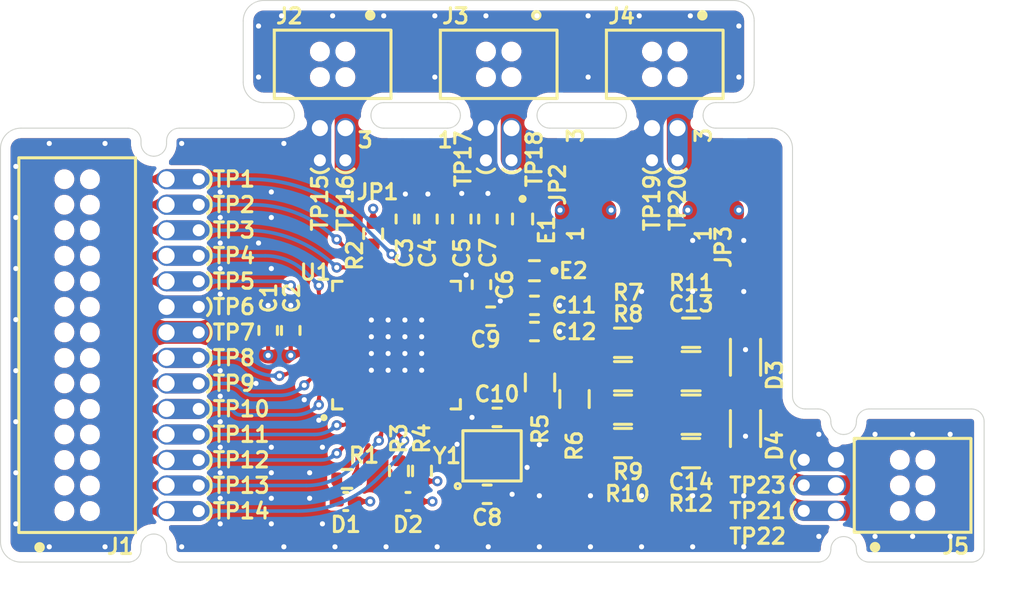
<source format=kicad_pcb>
(kicad_pcb (version 20240108) (generator "pcbnew") (generator_version "8.0")
  (layers (0 "F.Cu" signal) (1 "In1.Cu" power) (2 "In2.Cu" power) (31 "B.Cu" signal) (34 "B.Paste" user) (35 "F.Paste" user) (36 "B.SilkS" user "B.Silkscreen") (37 "F.SilkS" user "F.Silkscreen") (38 "B.Mask" user) (39 "F.Mask" user) (44 "Edge.Cuts" user))
  (net 0 "")
  (net 1 "GND")
  (net 2 "/AVDD_L")
  (net 3 "/CEXT_3")
  (net 4 "/CEXT_2")
  (net 5 "/AVDD_H")
  (net 6 "/DVDD_1P1")
  (net 7 "/DLDO_1P1")
  (net 8 "/DATA_P")
  (net 9 "/DATA_N")
  (net 10 "/RXN")
  (net 11 "/TXP")
  (net 12 "/TXN")
  (net 13 "/RXP")
  (net 14 "/~{SWPD_EN}")
  (net 15 "/MISO")
  (net 16 "/SPI_CFG1")
  (net 17 "/TS_TIMER__MS_SEL")
  (net 18 "/LINK_ST")
  (net 19 "/~{CS}")
  (net 20 "/TS_CAPT")
  (net 21 "/~{TX2P4_EN}")
  (net 22 "/~{INT}")
  (net 23 "/~{RESET}")
  (net 24 "/MOSI")
  (net 25 "/SCK")
  (net 26 "Net-(D1-Pad1)")
  (net 27 "Net-(D2-Pad1)")
  (net 28 "/VDDIO")
  (net 29 "Net-(U1-XTAL_I{slash}CLK_IN)")
  (net 30 "Net-(U1-XTAL_O)")
  (net 31 "/DATA_AND_POWER_P")
  (net 32 "/DATA_AND_POWER_N")
  (net 33 "Net-(U1-LED_0)")
  (net 34 "Net-(U1-TEST1)")
  (net 35 "Net-(U1-LED_1)")
  (net 47 "/AVDD_L_IN")
  (net 48 "/AVDD_H_IN")
  (net 49 "/AVDD_H_EXT")
  (net 50 "/AVDD_L_EXT")
  (net 51 "/1P1_EXT")
  (footprint "test_point_footprints:TestPoint_THTPad_Castelated" (layer "F.Cu") (at 153.6702 95.367499 180)
    (property "Reference" "TP22")
    (property "Value" "TestPoint" (hide yes))
  )
  (footprint "test_point_footprints:TestPoint_THTPad_Castelated" (layer "F.Cu") (at 137.541 76.327 -90)
    (property "Reference" "TP18")
    (property "Value" "TestPoint" (hide yes))
  )
  (footprint "mouse_bite_footprints:mouse-bite-midle-50mil-200mil" (layer "F.Cu") (at 145.161 75.692)
    (property "Reference" "MB4" (hide yes))
    (property "Value" "mouse-bite-midle-50mil-200mil" (hide yes))
  )
  (footprint "test_point_footprints:TestPoint_THTPad_Castelated" (layer "F.Cu") (at 120.396 80.137659)
    (property "Reference" "TP2")
    (property "Value" "TestPoint" (hide yes))
  )
  (footprint "diode_footprints:SOD323" (layer "F.Cu") (at 149.1742 87.725099 90)
    (property "Reference" "D3")
    (property "Value" "3.3 V")
  )
  (footprint "test_point_footprints:TestPoint_THTPad_Castelated" (layer "F.Cu") (at 120.396 86.487659)
    (property "Reference" "TP7")
    (property "Value" "TestPoint" (hide yes))
  )
  (footprint "resistor_footprints:R_0603_1608Metric" (layer "F.Cu") (at 143.085715 91.99491 180)
    (property "Reference" "R10")
    (property "Value" "49.9 Ω")
  )
  (footprint "resistor_footprints:R_0603_1608Metric" (layer "F.Cu") (at 143.085715 90.33189 180)
    (property "Reference" "R9")
    (property "Value" "4.99 kΩ")
  )
  (footprint "capacitor_footprints:C_0402_1005Metric" (layer "F.Cu") (at 136.506901 85.683378)
    (property "Reference" "C9")
    (property "Value" "1 µF")
  )
  (footprint "test_point_footprints:TestPoint_THTPad_Castelated" (layer "F.Cu") (at 120.396 91.567395)
    (property "Reference" "TP11")
    (property "Value" "TestPoint" (hide yes))
  )
  (footprint "solder_jumper_footprints:SolderJumper-3_P1.3mm_Bridged_1_2_RoundedPad1.0x1.5mm_NumberLabels" (layer "F.Cu") (at 132.215095 78.11174 180)
    (property "Reference" "JP1")
    (property "Value" "SolderJumper_3_Open")
  )
  (footprint "analog_devices_footprints:CP-40-29_ADI" (layer "F.Cu") (at 131.825894 87.122107 90)
    (property "Reference" "U1")
    (property "Value" "ADIN1110CCPZ")
  )
  (footprint "mouse_bite_footprints:mouse-bite-midle-50mil-250mil" (layer "F.Cu") (at 154.051 94.107659 90)
    (property "Reference" "MB5" (hide yes))
    (property "Value" "mouse-bite-midle-50mil-200mil" (hide yes))
  )
  (footprint "inductor_footprints:742792731" (layer "F.Cu") (at 138.68146 83.42122 180)
    (property "Reference" "E2")
    (property "Value" "100 Ω")
  )
  (footprint "mouse_bite_footprints:mouse-bite-midle-50mil-200mil" (layer "F.Cu") (at 136.906 75.692)
    (property "Reference" "MB3" (hide yes))
    (property "Value" "mouse-bite-midle-50mil-200mil" (hide yes))
  )
  (footprint "no_components_footprints:Fiducial_0.5mm_Mask1mm" (layer "F.Cu") (at 150.241 77.597)
    (property "Reference" "FID3" (hide yes))
    (property "Value" "Fiducial")
  )
  (footprint "capacitor_footprints:C_0402_1005Metric" (layer "F.Cu") (at 135.068263 80.847829 90)
    (property "Reference" "C5")
    (property "Value" "10 nF")
  )
  (footprint "test_point_footprints:TestPoint_THTPad_Castelated" (layer "F.Cu") (at 120.396 82.677659)
    (property "Reference" "TP4")
    (property "Value" "TestPoint" (hide yes))
  )
  (footprint "test_point_footprints:TestPoint_THTPad_Castelated" (layer "F.Cu") (at 136.271 76.327 -90)
    (property "Reference" "TP17")
    (property "Value" "TestPoint" (hide yes))
  )
  (footprint "resistor_footprints:R_0603_1608Metric" (layer "F.Cu") (at 143.085715 87.00635 180)
    (property "Reference" "R7")
    (property "Value" "49.9 Ω")
  )
  (footprint "connector_footprints:CLP-102-02-G-D-BE" (layer "F.Cu") (at 136.906 73.152 -90)
    (property "Reference" "J3")
    (property "Value" "CLP-102-02-G-D-BE")
  )
  (footprint "test_point_footprints:TestPoint_THTPad_Castelated" (layer "F.Cu") (at 120.396 89.027659)
    (property "Reference" "TP9")
    (property "Value" "TestPoint" (hide yes))
  )
  (footprint "resistor_footprints:R_0402_1005Metric" (layer "F.Cu") (at 131.948894 93.380408 90)
    (property "Reference" "R3")
    (property "Value" "4.7 kΩ")
  )
  (footprint "capacitor_footprints:C_0402_1005Metric" (layer "F.Cu") (at 138.682381 85.14334)
    (property "Reference" "C11")
    (property "Value" "100 nF")
  )
  (footprint "test_point_footprints:TestPoint_THTPad_Castelated" (layer "F.Cu") (at 120.396 94.107131)
    (property "Reference" "TP13")
    (property "Value" "TestPoint" (hide yes))
  )
  (footprint "test_point_footprints:TestPoint_THTPad_Castelated" (layer "F.Cu") (at 128.016 76.327 -90)
    (property "Reference" "TP15")
    (property "Value" "TestPoint" (hide yes))
  )
  (footprint "inductor_footprints:742792731" (layer "F.Cu") (at 138.091921 80.846899 -90)
    (property "Reference" "E1")
    (property "Value" "100 Ω")
  )
  (footprint "capacitor_footprints:C_0805_2012Metric" (layer "F.Cu") (at 146.468995 88.41937 180)
    (property "Reference" "C13")
    (property "Value" "220 nF")
  )
  (footprint "connector_footprints:CLP-102-02-G-D-BE" (layer "F.Cu") (at 145.161 73.152 -90)
    (property "Reference" "J4")
    (property "Value" "CLP-102-02-G-D-BE")
  )
  (footprint "test_point_footprints:TestPoint_THTPad_Castelated" (layer "F.Cu") (at 120.396 85.217659)
    (property "Reference" "TP6")
    (property "Value" "TestPoint" (hide yes))
  )
  (footprint "resistor_footprints:R_0402_1005Metric" (layer "F.Cu") (at 129.364533 93.776908)
    (property "Reference" "R1")
    (property "Value" "4.7 kΩ")
  )
  (footprint "test_point_footprints:TestPoint_THTPad_Castelated" (layer "F.Cu") (at 120.396 81.407659)
    (property "Reference" "TP3")
    (property "Value" "TestPoint" (hide yes))
  )
  (footprint "test_point_footprints:TestPoint_THTPad_Castelated" (layer "F.Cu") (at 153.6702 94.097499 180)
    (property "Reference" "TP21")
    (property "Value" "TestPoint" (hide yes))
  )
  (footprint "test_point_footprints:TestPoint_THTPad_Castelated" (layer "F.Cu") (at 120.396 78.867659)
    (property "Reference" "TP1")
    (property "Value" "TestPoint" (hide yes))
  )
  (footprint "resistor_footprints:R_0603_1608Metric" (layer "F.Cu") (at 143.085715 88.66937 180)
    (property "Reference" "R8")
    (property "Value" "4.99 kΩ")
  )
  (footprint "resistor_footprints:R_0603_1608Metric" (layer "F.Cu") (at 146.468995 86.50597 180)
    (property "Reference" "R11")
    (property "Value" "1 MΩ")
  )
  (footprint "test_point_footprints:TestPoint_THTPad_Castelated" (layer "F.Cu") (at 153.6702 92.827499 180)
    (property "Reference" "TP23")
    (property "Value" "TestPoint" (hide yes))
  )
  (footprint "mouse_bite_footprints:mouse-bite-midle-50mil-200mil" (layer "F.Cu") (at 128.651 75.692)
    (property "Reference" "MB2" (hide yes))
    (property "Value" "mouse-bite-midle-50mil-200mil" (hide yes))
  )
  (footprint "test_point_footprints:TestPoint_THTPad_Castelated" (layer "F.Cu") (at 120.396 90.297527)
    (property "Reference" "TP10")
    (property "Value" "TestPoint" (hide yes))
  )
  (footprint "resistor_footprints:R_0402_1005Metric" (layer "F.Cu") (at 130.664694 81.579829 -90)
    (property "Reference" "R2")
    (property "Value" "1.5 kΩ")
  )
  (footprint "connector_footprints:CLP-103-02-G-D-BE" (layer "F.Cu") (at 157.48 94.097499 90)
    (property "Reference" "J5")
    (property "Value" "CLP-103-02-G-D-BE")
  )
  (footprint "capacitor_footprints:C_0402_1005Metric" (layer "F.Cu") (at 136.369955 80.847829 90)
    (property "Reference" "C7")
    (property "Value" "100 nF")
  )
  (footprint "capacitor_footprints:C_0402_1005Metric" (layer "F.Cu") (at 133.385894 80.847829 90)
    (property "Reference" "C4")
    (property "Value" "100 nF")
  )
  (footprint "no_components_footprints:Fiducial_0.5mm_Mask1mm" (layer "F.Cu") (at 124.206 77.597)
    (property "Reference" "FID1" (hide yes))
    (property "Value" "Fiducial")
  )
  (footprint "test_point_footprints:TestPoint_THTPad_Castelated" (layer "F.Cu") (at 120.396 83.947659)
    (property "Reference" "TP5")
    (property "Value" "TestPoint" (hide yes))
  )
  (footprint "resistor_footprints:R_0603_1608Metric" (layer "F.Cu") (at 140.673481 89.804548 90)
    (property "Reference" "R6")
    (property "Value" "10 kΩ")
  )
  (footprint "no_components_footprints:Fiducial_0.5mm_Mask1mm" (layer "F.Cu") (at 124.206 96.647)
    (property "Reference" "FID2" (hide yes))
    (property "Value" "Fiducial")
  )
  (footprint "capacitor_footprints:C_0805_2012Metric" (layer "F.Cu") (at 146.468995 90.58189 180)
    (property "Reference" "C14")
    (property "Value" "220 nF")
  )
  (footprint "connector_footprints:CLP-114-02-G-D-BE" (layer "F.Cu") (at 115.9509 87.122659 90)
    (property "Reference" "J1")
    (property "Value" "CLP-114-02-G-D-BE")
  )
  (footprint "resistor_footprints:R_0603_1608Metric" (layer "F.Cu") (at 146.468995 92.49529 180)
    (property "Reference" "R12")
    (property "Value" "1 MΩ")
  )
  (footprint "mouse_bite_footprints:mouse-bite-50mil-790mil" (layer "F.Cu") (at 119.888 87.122 -90)
    (property "Reference" "MB1" (hide yes))
    (property "Value" "mouse-bite-midle-50mil-200mil" (hide yes))
  )
  (footprint "test_point_footprints:TestPoint_THTPad_Castelated" (layer "F.Cu") (at 145.796 76.327 -90)
    (property "Reference" "TP20")
    (property "Value" "TestPoint" (hide yes))
  )
  (footprint "crystal_footprints:SO4_FA-128_2p0x1p6_SEC" (layer "F.Cu") (at 136.575695 92.62991 90)
    (property "Reference" "Y1")
    (property "Value" "25.0000MHz")
  )
  (footprint "solder_jumper_footprints:SolderJumper-3_P1.3mm_Bridged_1_2_RoundedPad1.0x1.5mm_NumberLabels" (layer "F.Cu") (at 147.574 79.13274 90)
    (property "Reference" "JP3")
    (property "Value" "SolderJumper_3_Open")
  )
  (footprint "test_point_footprints:TestPoint_THTPad_Castelated" (layer "F.Cu") (at 120.396 92.837263)
    (property "Reference" "TP12")
    (property "Value" "TestPoint" (hide yes))
  )
  (footprint "resistor_footprints:R_0402_1005Metric" (layer "F.Cu") (at 133.093354 93.380408 90)
    (property "Reference" "R4")
    (property "Value" "10 kΩ")
  )
  (footprint "capacitor_footprints:C_0402_1005Metric" (layer "F.Cu") (at 125.44552 86.392107 90)
    (property "Reference" "C1")
    (property "Value" "100 nF")
  )
  (footprint "capacitor_footprints:C_0402_1005Metric" (layer "F.Cu") (at 126.568095 86.392107 90)
    (property "Reference" "C2")
    (property "Value" "10 nF")
  )
  (footprint "resistor_footprints:R_0603_1608Metric" (layer "F.Cu") (at 138.959581 88.979548 -90)
    (property "Reference" "R5")
    (property "Value" "10 kΩ")
  )
  (footprint "connector_footprints:CLP-102-02-G-D-BE" (layer "F.Cu") (at 128.651 73.152 -90)
    (property "Reference" "J2")
    (property "Value" "CLP-102-02-G-D-BE")
  )
  (footprint "diode_footprints:LED_GREEN_0402_1005Metric" (layer "F.Cu") (at 129.304533 94.90067)
    (property "Reference" "D1")
    (property "Value" "1.8 V")
  )
  (footprint "solder_jumper_footprints:SolderJumper-3_P1.3mm_Bridged_1_2_RoundedPad1.0x1.5mm_NumberLabels" (layer "F.Cu") (at 141.224 79.13274 90)
    (property "Reference" "JP2")
    (property "Value" "SolderJumper_3_Open")
  )
  (footprint "test_point_footprints:TestPoint_THTPad_Castelated" (layer "F.Cu") (at 144.526 76.327 -90)
    (property "Reference" "TP19")
    (property "Value" "TestPoint" (hide yes))
  )
  (footprint "capacitor_footprints:C_0402_1005Metric" (layer "F.Cu") (at 136.820695 90.71729 180)
    (property "Reference" "C10")
    (property "Value" "15 pF")
  )
  (footprint "test_point_footprints:TestPoint_THTPad_Castelated" (layer "F.Cu") (at 120.396 87.757659)
    (property "Reference" "TP8")
    (property "Value" "TestPoint" (hide yes))
  )
  (footprint "test_point_footprints:TestPoint_THTPad_Castelated" (layer "F.Cu") (at 129.286 76.327 -90)
    (property "Reference" "TP16")
    (property "Value" "TestPoint" (hide yes))
  )
  (footprint "test_point_footprints:TestPoint_THTPad_Castelated" (layer "F.Cu") (at 120.396 95.377)
    (property "Reference" "TP14")
    (property "Value" "TestPoint" (hide yes))
  )
  (footprint "capacitor_footprints:C_0402_1005Metric" (layer "F.Cu") (at 136.330695 94.54253)
    (property "Reference" "C8")
    (property "Value" "15 pF")
  )
  (footprint "capacitor_footprints:C_0402_1005Metric" (layer "F.Cu") (at 136.049701 84.110836 90)
    (property "Reference" "C6")
    (property "Value" "100 nF")
  )
  (footprint "capacitor_footprints:C_0402_1005Metric" (layer "F.Cu") (at 132.265895 80.847829 90)
    (property "Reference" "C3")
    (property "Value" "680 nF")
  )
  (footprint "diode_footprints:SOD323" (layer "F.Cu") (at 149.1742 91.275099 -90)
    (property "Reference" "D4")
    (property "Value" "3.3 V")
  )
  (footprint "diode_footprints:LED_GREEN_0402_1005Metric" (layer "F.Cu") (at 132.398894 94.90067)
    (property "Reference" "D2")
    (property "Value" "1.8 V")
  )
  (footprint "capacitor_footprints:C_0402_1005Metric" (layer "F.Cu") (at 138.682381 86.445378)
    (property "Reference" "C12")
    (property "Value" "10 nF")
  )
  (gr_arc (start 147.701 76.327) (mid 147.251987 76.141013) (end 147.066 75.692) (stroke (width 0.05)) (layer "Edge.Cuts"))
  (gr_arc (start 126.746 75.692) (mid 126.560013 76.141013) (end 126.111 76.327) (stroke (width 0.05)) (layer "Edge.Cuts"))
  (gr_arc (start 134.366 75.057) (mid 134.815013 75.242987) (end 135.001 75.692) (stroke (width 0.05)) (layer "Edge.Cuts"))
  (gr_arc (start 125.222 75.057) (mid 124.50358 74.75942) (end 124.206 74.041) (stroke (width 0.05)) (layer "Edge.Cuts"))
  (gr_arc (start 147.066 75.692) (mid 147.251987 75.242987) (end 147.701 75.057) (stroke (width 0.05)) (layer "Edge.Cuts"))
  (gr_arc (start 154.686 90.932) (mid 154.871987 90.482987) (end 155.321 90.297) (stroke (width 0.05)) (layer "Edge.Cuts"))
  (gr_arc (start 154.051 91.567) (mid 153.601987 91.381013) (end 153.416 90.932) (stroke (width 0.05)) (layer "Edge.Cuts"))
  (gr_line (start 124.206 74.041) (end 124.206 70.993) (stroke (width 0.05)) (layer "Edge.Cuts"))
  (gr_arc (start 153.416 97.282) (mid 153.601987 96.832987) (end 154.051 96.647) (stroke (width 0.05)) (layer "Edge.Cuts"))
  (gr_line (start 152.146 90.297) (end 152.781 90.297) (stroke (width 0.05)) (layer "Edge.Cuts"))
  (gr_line (start 120.396 77.089) (end 120.396 76.962) (stroke (width 0.05)) (layer "Edge.Cuts"))
  (gr_line (start 142.621 76.327) (end 139.446 76.327) (stroke (width 0.05)) (layer "Edge.Cuts"))
  (gr_line (start 155.321 90.297) (end 160.401 90.297) (stroke (width 0.05)) (layer "Edge.Cuts"))
  (gr_arc (start 153.416 97.282) (mid 153.230013 97.731013) (end 152.781 97.917) (stroke (width 0.05)) (layer "Edge.Cuts"))
  (gr_arc (start 112.141 77.343) (mid 112.43858 76.62458) (end 113.157 76.327) (stroke (width 0.05)) (layer "Edge.Cuts"))
  (gr_line (start 118.491 97.917) (end 113.157 97.917) (stroke (width 0.05)) (layer "Edge.Cuts"))
  (gr_arc (start 152.781 90.297) (mid 153.230013 90.482987) (end 153.416 90.932) (stroke (width 0.05)) (layer "Edge.Cuts"))
  (gr_arc (start 139.446 76.327) (mid 138.996987 76.141013) (end 138.811 75.692) (stroke (width 0.05)) (layer "Edge.Cuts"))
  (gr_arc (start 119.761 77.724) (mid 119.311987 77.538013) (end 119.126 77.089) (stroke (width 0.05)) (layer "Edge.Cuts"))
  (gr_line (start 149.606 70.993) (end 149.606 74.041) (stroke (width 0.05)) (layer "Edge.Cuts"))
  (gr_arc (start 150.495 76.327) (mid 151.21342 76.62458) (end 151.511 77.343) (stroke (width 0.05)) (layer "Edge.Cuts"))
  (gr_line (start 160.401 97.917) (end 155.321 97.917) (stroke (width 0.05)) (layer "Edge.Cuts"))
  (gr_arc (start 131.191 76.327) (mid 130.741987 76.141013) (end 130.556 75.692) (stroke (width 0.05)) (layer "Edge.Cuts"))
  (gr_arc (start 118.491 76.327) (mid 118.940013 76.512987) (end 119.126 76.962) (stroke (width 0.05)) (layer "Edge.Cuts"))
  (gr_arc (start 124.206 70.993) (mid 124.50358 70.27458) (end 125.222 69.977) (stroke (width 0.05)) (layer "Edge.Cuts"))
  (gr_line (start 113.157 76.327) (end 118.491 76.327) (stroke (width 0.05)) (layer "Edge.Cuts"))
  (gr_arc (start 126.111 75.057) (mid 126.560013 75.242987) (end 126.746 75.692) (stroke (width 0.05)) (layer "Edge.Cuts"))
  (gr_line (start 125.222 75.057) (end 126.111 75.057) (stroke (width 0.05)) (layer "Edge.Cuts"))
  (gr_arc (start 120.396 77.089) (mid 120.210013 77.538013) (end 119.761 77.724) (stroke (width 0.05)) (layer "Edge.Cuts"))
  (gr_arc (start 138.811 75.692) (mid 138.996987 75.242987) (end 139.446 75.057) (stroke (width 0.05)) (layer "Edge.Cuts"))
  (gr_arc (start 152.146 90.297) (mid 151.696987 90.111013) (end 151.511 89.662) (stroke (width 0.05)) (layer "Edge.Cuts"))
  (gr_arc (start 121.031 97.917) (mid 120.581987 97.731013) (end 120.396 97.282) (stroke (width 0.05)) (layer "Edge.Cuts"))
  (gr_line (start 121.031 76.327) (end 126.111 76.327) (stroke (width 0.05)) (layer "Edge.Cuts"))
  (gr_arc (start 160.401 90.297) (mid 160.850013 90.482987) (end 161.036 90.932) (stroke (width 0.05)) (layer "Edge.Cuts"))
  (gr_line (start 112.141 96.901) (end 112.141 77.343) (stroke (width 0.05)) (layer "Edge.Cuts"))
  (gr_line (start 152.781 97.917) (end 121.031 97.917) (stroke (width 0.05)) (layer "Edge.Cuts"))
  (gr_arc (start 148.59 69.977) (mid 149.30842 70.27458) (end 149.606 70.993) (stroke (width 0.05)) (layer "Edge.Cuts"))
  (gr_arc (start 161.036 97.282) (mid 160.850013 97.731013) (end 160.401 97.917) (stroke (width 0.05)) (layer "Edge.Cuts"))
  (gr_line (start 119.126 97.282) (end 119.126 97.155) (stroke (width 0.05)) (layer "Edge.Cuts"))
  (gr_line (start 131.191 75.057) (end 134.366 75.057) (stroke (width 0.05)) (layer "Edge.Cuts"))
  (gr_line (start 151.511 77.343) (end 151.511 89.662) (stroke (width 0.05)) (layer "Edge.Cuts"))
  (gr_line (start 119.126 77.089) (end 119.126 76.962) (stroke (width 0.05)) (layer "Edge.Cuts"))
  (gr_arc (start 142.621 75.057) (mid 143.070013 75.242987) (end 143.256 75.692) (stroke (width 0.05)) (layer "Edge.Cuts"))
  (gr_line (start 134.366 76.327) (end 131.191 76.327) (stroke (width 0.05)) (layer "Edge.Cuts"))
  (gr_arc (start 119.126 97.282) (mid 118.940013 97.731013) (end 118.491 97.917) (stroke (width 0.05)) (layer "Edge.Cuts"))
  (gr_arc (start 149.606 74.041) (mid 149.30842 74.75942) (end 148.59 75.057) (stroke (width 0.05)) (layer "Edge.Cuts"))
  (gr_arc (start 143.256 75.692) (mid 143.070013 76.141013) (end 142.621 76.327) (stroke (width 0.05)) (layer "Edge.Cuts"))
  (gr_line (start 161.036 90.932) (end 161.036 97.282) (stroke (width 0.05)) (layer "Edge.Cuts"))
  (gr_line (start 125.222 69.977) (end 148.59 69.977) (stroke (width 0.05)) (layer "Edge.Cuts"))
  (gr_arc (start 154.686 90.932) (mid 154.500013 91.381013) (end 154.051 91.567) (stroke (width 0.05)) (layer "Edge.Cuts"))
  (gr_arc (start 120.396 76.962) (mid 120.581987 76.512987) (end 121.031 76.327) (stroke (width 0.05)) (layer "Edge.Cuts"))
  (gr_line (start 148.59 75.057) (end 147.701 75.057) (stroke (width 0.05)) (layer "Edge.Cuts"))
  (gr_arc (start 155.321 97.917) (mid 154.871987 97.731013) (end 154.686 97.282) (stroke (width 0.05)) (layer "Edge.Cuts"))
  (gr_arc (start 119.126 97.155) (mid 119.311987 96.705987) (end 119.761 96.52) (stroke (width 0.05)) (layer "Edge.Cuts"))
  (gr_arc (start 113.157 97.917) (mid 112.43858 97.61942) (end 112.141 96.901) (stroke (width 0.05)) (layer "Edge.Cuts"))
  (gr_arc (start 130.556 75.692) (mid 130.741987 75.242987) (end 131.191 75.057) (stroke (width 0.05)) (layer "Edge.Cuts"))
  (gr_line (start 139.446 75.057) (end 142.621 75.057) (stroke (width 0.05)) (layer "Edge.Cuts"))
  (gr_arc (start 135.001 75.692) (mid 134.815013 76.141013) (end 134.366 76.327) (stroke (width 0.05)) (layer "Edge.Cuts"))
  (gr_arc (start 154.051 96.647) (mid 154.500013 96.832987) (end 154.686 97.282) (stroke (width 0.05)) (layer "Edge.Cuts"))
  (gr_line (start 150.495 76.327) (end 147.701 76.327) (stroke (width 0.05)) (layer "Edge.Cuts"))
  (gr_line (start 120.396 97.282) (end 120.396 97.155) (stroke (width 0.05)) (layer "Edge.Cuts"))
  (gr_arc (start 119.761 96.52) (mid 120.210013 96.705987) (end 120.396 97.155) (stroke (width 0.05)) (layer "Edge.Cuts"))
  (segment (start 136.810695 94.54253) (end 137.572695 94.54253) (width 0.1778) (layer "F.Cu") (net 1))
  (segment (start 137.300695 93.20491) (end 138.316695 93.20491) (width 0.1778) (layer "F.Cu") (net 1))
  (segment (start 135.850695 92.05491) (end 134.834695 92.05491) (width 0.1778) (layer "F.Cu") (net 1))
  (segment (start 132.265895 80.367829) (end 132.265895 79.605829) (width 0.1778) (layer "F.Cu") (net 1))
  (segment (start 133.385894 80.367829) (end 133.385894 79.605829) (width 0.1778) (layer "F.Cu") (net 1))
  (segment (start 136.340695 90.71729) (end 135.578695 90.71729) (width 0.1778) (layer "F.Cu") (net 1))
  (via (at 133.8469 97.155658) (size 0.508) (drill 0.254) (layers "F.Cu" "B.Cu") (net 1))
  (via (at 125.603 94.742) (size 0.508) (drill 0.254) (layers "F.Cu" "B.Cu") (net 1))
  (via (at 125.603 96.012) (size 0.508) (drill 0.254) (layers "F.Cu" "B.Cu") (net 1))
  (via (at 139.924381 86.445378) (size 0.508) (drill 0.254) (layers "F.Cu" "B.Cu") (net 1))
  (via (at 130.575894 88.372107) (size 0.508) (drill 0.254) (layers "F.Cu" "B.Cu") (net 1))
  (via (at 131.3069 97.155658) (size 0.508) (drill 0.254) (layers "F.Cu" "B.Cu") (net 1))
  (via (at 112.902899 96.012658) (size 0.508) (drill 0.254) (layers "F.Cu" "B.Cu") (net 1))
  (via (at 127.508 93.472) (size 0.508) (drill 0.254) (layers "F.Cu" "B.Cu") (net 1))
  (via (at 141.351 73.787) (size 0.508) (drill 0.254) (layers "F.Cu" "B.Cu") (net 1))
  (via (at 148.844 71.247) (size 0.508) (drill 0.254) (layers "F.Cu" "B.Cu") (net 1))
  (via (at 135.287701 83.630836) (size 0.508) (drill 0.254) (layers "F.Cu" "B.Cu") (net 1))
  (via (at 128.143 96.012) (size 0.508) (drill 0.254) (layers "F.Cu" "B.Cu") (net 1))
  (via (at 112.902899 78.232) (size 0.508) (drill 0.254) (layers "F.Cu" "B.Cu") (net 1))
  (via (at 138.9269 94.615) (size 0.508) (drill 0.254) (layers "F.Cu" "B.Cu") (net 1))
  (via (at 125.603 92.202) (size 0.508) (drill 0.254) (layers "F.Cu" "B.Cu") (net 1))
  (via (at 112.902899 83.312) (size 0.508) (drill 0.254) (layers "F.Cu" "B.Cu") (net 1))
  (via (at 125.603 79.502658) (size 0.508) (drill 0.254) (layers "F.Cu" "B.Cu") (net 1))
  (via (at 148.844 73.787) (size 0.508) (drill 0.254) (layers "F.Cu" "B.Cu") (net 1))
  (via (at 112.902899 85.852658) (size 0.508) (drill 0.254) (layers "F.Cu" "B.Cu") (net 1))
  (via (at 117.3369 77.089) (size 0.508) (drill 0.254) (layers "F.Cu" "B.Cu") (net 1))
  (via (at 130.575894 86.70544) (size 0.508) (drill 0.254) (layers "F.Cu" "B.Cu") (net 1))
  (via (at 131.409227 87.538773) (size 0.508) (drill 0.254) (layers "F.Cu" "B.Cu") (net 1))
  (via (at 138.9269 92.075) (size 0.508) (drill 0.254) (layers "F.Cu" "B.Cu") (net 1))
  (via (at 144.0069 97.155) (size 0.508) (drill 0.254) (layers "F.Cu" "B.Cu") (net 1))
  (via (at 133.731 70.738999) (size 0.508) (drill 0.254) (layers "F.Cu" "B.Cu") (net 1))
  (via (at 132.24256 85.872107) (size 0.508) (drill 0.254) (layers "F.Cu" "B.Cu") (net 1))
  (via (at 146.5469 97.155) (size 0.508) (drill 0.254) (layers "F.Cu" "B.Cu") (net 1))
  (via (at 149.0869 94.615) (size 0.508) (drill 0.254) (layers "F.Cu" "B.Cu") (net 1))
  (via (at 135.578695 90.71729) (size 0.508) (drill 0.254) (layers "F.Cu" "B.Cu") (net 1))
  (via (at 123.063 83.312) (size 0.508) (drill 0.254) (layers "F.Cu" "B.Cu") (net 1))
  (via (at 133.075894 87.538773) (size 0.508) (drill 0.254) (layers "F.Cu" "B.Cu") (net 1))
  (via (at 141.4669 94.615) (size 0.508) (drill 0.254) (layers "F.Cu" "B.Cu") (net 1))
  (via (at 132.24256 87.538773) (size 0.508) (drill 0.254) (layers "F.Cu" "B.Cu") (net 1))
  (via (at 123.063 93.472) (size 0.508) (drill 0.254) (layers "F.Cu" "B.Cu") (net 1))
  (via (at 141.4669 97.155) (size 0.508) (drill 0.254) (layers "F.Cu" "B.Cu") (net 1))
  (via (at 146.5469 84.455) (size 0.508) (drill 0.254) (layers "F.Cu" "B.Cu") (net 1))
  (via (at 127.239951 89.83947) (size 0.508) (drill 0.254) (layers "F.Cu" "B.Cu") (net 1))
  (via (at 149.0869 84.455) (size 0.508) (drill 0.254) (layers "F.Cu" "B.Cu") (net 1))
  (via (at 130.575894 85.872107) (size 0.508) (drill 0.254) (layers "F.Cu" "B.Cu") (net 1))
  (via (at 123.063 80.772) (size 0.508) (drill 0.254) (layers "F.Cu" "B.Cu") (net 1))
  (via (at 124.968 71.247) (size 0.508) (drill 0.254) (layers "F.Cu" "B.Cu") (net 1))
  (via (at 159.347 91.557499) (size 0.508) (drill 0.254) (layers "F.Cu" "B.Cu") (net 1))
  (via (at 128.7669 97.155658) (size 0.508) (drill 0.254) (layers "F.Cu" "B.Cu") (net 1))
  (via (at 146.5469 81.915) (size 0.508) (drill 0.254) (layers "F.Cu" "B.Cu") (net 1))
  (via (at 114.564899 97.155658) (size 0.508) (drill 0.254) (layers "F.Cu" "B.Cu") (net 1))
  (via (at 123.063 92.202) (size 0.508) (drill 0.254) (layers "F.Cu" "B.Cu") (net 1))
  (via (at 127.508 94.742) (size 0.508) (drill 0.254) (layers "F.Cu" "B.Cu") (net 1))
  (via (at 123.063 84.582) (size 0.508) (drill 0.254) (layers "F.Cu" "B.Cu") (net 1))
  (via (at 123.063 94.742) (size 0.508) (drill 0.254) (layers "F.Cu" "B.Cu") (net 1))
  (via (at 135.068263 79.575829) (size 0.508) (drill 0.254) (layers "F.Cu" "B.Cu") (net 1))
  (via (at 146.431 70.739) (size 0.508) (drill 0.254) (layers "F.Cu" "B.Cu") (net 1))
  (via (at 133.385894 79.605829) (size 0.508) (drill 0.254) (layers "F.Cu" "B.Cu") (net 1))
  (via (at 133.731 73.787) (size 0.508) (drill 0.254) (layers "F.Cu" "B.Cu") (net 1))
  (via (at 123.063 90.932) (size 0.508) (drill 0.254) (layers "F.Cu" "B.Cu") (net 1))
  (via (at 130.575894 87.538773) (size 0.508) (drill 0.254) (layers "F.Cu" "B.Cu") (net 1))
  (via (at 155.613 96.637499) (size 0.508) (drill 0.254) (layers "F.Cu" "B.Cu") (net 1))
  (via (at 121.1469 97.155658) (size 0.508) (drill 0.254) (layers "F.Cu" "B.Cu") (net 1))
  (via (at 125.603 83.312) (size 0.508) (drill 0.254) (layers "F.Cu" "B.Cu") (net 1))
  (via (at 125.603 93.472) (size 0.508) (drill 0.254) (layers "F.Cu" "B.Cu") (net 1))
  (via (at 132.24256 86.70544) (size 0.508) (drill 0.254) (layers "F.Cu" "B.Cu") (net 1))
  (via (at 112.902899 90.932658) (size 0.508) (drill 0.254) (layers "F.Cu" "B.Cu") (net 1))
  (via (at 152.819 96.637499) (size 0.508) (drill 0.254) (layers "F.Cu" "B.Cu") (net 1))
  (via (at 126.2269 77.089) (size 0.508) (drill 0.254) (layers "F.Cu" "B.Cu") (net 1))
  (via (at 141.351 70.738999) (size 0.508) (drill 0.254) (layers "F.Cu" "B.Cu") (net 1))
  (via (at 137.572695 94.54253) (size 0.508) (drill 0.254) (layers "F.Cu" "B.Cu") (net 1))
  (via (at 157.48 91.557499) (size 0.508) (drill 0.254) (layers "F.Cu" "B.Cu") (net 1))
  (via (at 138.9269 97.155) (size 0.508) (drill 0.254) (layers "F.Cu" "B.Cu") (net 1))
  (via (at 112.902899 93.472) (size 0.508) (drill 0.254) (layers "F.Cu" "B.Cu") (net 1))
  (via (at 133.075894 86.70544) (size 0.508) (drill 0.254) (layers "F.Cu" "B.Cu") (net 1))
  (via (at 123.063 88.392) (size 0.508) (drill 0.254) (layers "F.Cu" "B.Cu") (net 1))
  (via (at 132.24256 88.372107) (size 0.508) (drill 0.254) (layers "F.Cu" "B.Cu") (net 1))
  (via (at 128.651 70.738999) (size 0.508) (drill 0.254) (layers "F.Cu" "B.Cu") (net 1))
  (via (at 136.369955 79.575829) (size 0.508) (drill 0.254) (layers "F.Cu" "B.Cu") (net 1))
  (via (at 123.063 89.662) (size 0.508) (drill 0.254) (layers "F.Cu" "B.Cu") (net 1))
  (via (at 136.986901 84.92711) (size 0.508) (drill 0.254) (layers "F.Cu" "B.Cu") (net 1))
  (via (at 144.0069 84.455) (size 0.508) (drill 0.254) (layers "F.Cu" "B.Cu") (net 1))
  (via (at 131.409227 85.872107) (size 0.508) (drill 0.254) (layers "F.Cu" "B.Cu") (net 1))
  (via (at 112.902899 88.392) (size 0.508) (drill 0.254) (layers "F.Cu" "B.Cu") (net 1))
  (via (at 124.968 82.042658) (size 0.508) (drill 0.254) (layers "F.Cu" "B.Cu") (net 1))
  (via (at 131.409227 88.372107) (size 0.508) (drill 0.254) (layers "F.Cu" "B.Cu") (net 1))
  (via (at 133.075894 88.372107) (size 0.508) (drill 0.254) (layers "F.Cu" "B.Cu") (net 1))
  (via (at 159.347 96.637499) (size 0.508) (drill 0.254) (layers "F.Cu" "B.Cu") (net 1))
  (via (at 123.063 79.502658) (size 0.508) (drill 0.254) (layers "F.Cu" "B.Cu") (net 1))
  (via (at 114.564899 77.089) (size 0.508) (drill 0.254) (layers "F.Cu" "B.Cu") (net 1))
  (via (at 136.3869 97.155) (size 0.508) (drill 0.254) (layers "F.Cu" "B.Cu") (net 1))
  (via (at 117.3369 97.155658) (size 0.508) (drill 0.254) (layers "F.Cu" "B.Cu") (net 1))
  (via (at 129.413 79.502658) (size 0.508) (drill 0.254) (layers "F.Cu" "B.Cu") (net 1))
  (via (at 136.271 70.738999) (size 0.508) (drill 0.254) (layers "F.Cu" "B.Cu") (net 1))
  (via (at 131.191 70.738999) (size 0.508) (drill 0.254) (layers "F.Cu" "B.Cu") (net 1))
  (via (at 157.48 96.637499) (size 0.508) (drill 0.254) (layers "F.Cu" "B.Cu") (net 1))
  (via (at 139.924381 85.14334) (size 0.508) (drill 0.254) (layers "F.Cu" "B.Cu") (net 1))
  (via (at 132.265895 79.605829) (size 0.508) (drill 0.254) (layers "F.Cu" "B.Cu") (net 1))
  (via (at 123.063 96.012) (size 0.508) (drill 0.254) (layers "F.Cu" "B.Cu") (net 1))
  (via (at 155.613 91.557499) (size 0.508) (drill 0.254) (layers "F.Cu" "B.Cu") (net 1))
  (via (at 112.902899 80.772658) (size 0.508) (drill 0.254) (layers "F.Cu" "B.Cu") (net 1))
  (via (at 152.819 91.557499) (size 0.508) (drill 0.254) (layers "F.Cu" "B.Cu") (net 1))
  (via (at 124.841 89.027659) (size 0.508) (drill 0.254) (layers "F.Cu" "B.Cu") (net 1))
  (via (at 143.891 70.738999) (size 0.508) (drill 0.254) (layers "F.Cu" "B.Cu") (net 1))
  (via (at 149.1742 87.347099) (size 0.508) (drill 0.254) (layers "F.Cu" "B.Cu") (net 1))
  (via (at 121.1469 77.089) (size 0.508) (drill 0.254) (layers "F.Cu" "B.Cu") (net 1))
  (via (at 126.568095 85.150107) (size 0.508) (drill 0.254) (layers "F.Cu" "B.Cu") (net 1))
  (via (at 128.143 92.202) (size 0.508) (drill 0.254) (layers "F.Cu" "B.Cu") (net 1))
  (via (at 149.0869 81.915) (size 0.508) (drill 0.254) (layers "F.Cu" "B.Cu") (net 1))
  (via (at 149.1742 91.653099) (size 0.508) (drill 0.254) (layers "F.Cu" "B.Cu") (net 1))
  (via (at 144.0069 94.615) (size 0.508) (drill 0.254) (layers "F.Cu" "B.Cu") (net 1))
  (via (at 126.111 70.738999) (size 0.508) (drill 0.254) (layers "F.Cu" "B.Cu") (net 1))
  (via (at 131.409227 86.70544) (size 0.508) (drill 0.254) (layers "F.Cu" "B.Cu") (net 1))
  (via (at 127.965095 90.855908) (size 0.508) (drill 0.254) (layers "F.Cu" "B.Cu") (net 1))
  (via (at 125.603 80.772) (size 0.508) (drill 0.254) (layers "F.Cu" "B.Cu") (net 1))
  (via (at 146.5469 94.615) (size 0.508) (drill 0.254) (layers "F.Cu" "B.Cu") (net 1))
  (via (at 123.063 82.042658) (size 0.508) (drill 0.254) (layers "F.Cu" "B.Cu") (net 1))
  (via (at 149.0869 97.155) (size 0.508) (drill 0.254) (layers "F.Cu" "B.Cu") (net 1))
  (via (at 138.811 70.738999) (size 0.508) (drill 0.254) (layers "F.Cu" "B.Cu") (net 1))
  (via (at 134.834695 92.05491) (size 0.508) (drill 0.254) (layers "F.Cu" "B.Cu") (net 1))
  (via (at 138.316695 93.20491) (size 0.508) (drill 0.254) (layers "F.Cu" "B.Cu") (net 1))
  (via (at 125.44552 85.150107) (size 0.508) (drill 0.254) (layers "F.Cu" "B.Cu") (net 1))
  (via (at 133.075894 85.872107) (size 0.508) (drill 0.254) (layers "F.Cu" "B.Cu") (net 1))
  (via (at 124.968 73.787) (size 0.508) (drill 0.254) (layers "F.Cu" "B.Cu") (net 1))
  (via (at 126.2269 97.155658) (size 0.508) (drill 0.254) (layers "F.Cu" "B.Cu") (net 1))
  (segment (start 134.797694 84.872106) (end 135.370697 84.872106) (width 0.1778) (layer "F.Cu") (net 3))
  (arc (start 136.049701 84.590836) (mid 135.738156 84.799013) (end 135.370697 84.872106) (width 0.1778) (layer "F.Cu") (net 3))
  (segment (start 134.797694 85.372108) (end 135.275446 85.372108) (width 0.1778) (layer "F.Cu") (net 4))
  (arc (start 136.026901 85.683378) (mid 135.682124 85.453001) (end 135.275446 85.372108) (width 0.1778) (layer "F.Cu") (net 4))
  (segment (start 143.910715 88.66937) (end 145.268995 88.66937) (width 0.1778) (layer "F.Cu") (net 8))
  (segment (start 145.643995 86.50597) (end 145.643995 88.29437) (width 0.1778) (layer "F.Cu") (net 8))
  (segment (start 143.910715 88.66937) (end 143.910715 87.00635) (width 0.1778) (layer "F.Cu") (net 8))
  (segment (start 145.268995 88.66937) (end 145.518995 88.41937) (width 0.1778) (layer "F.Cu") (net 8))
  (segment (start 145.643995 88.29437) (end 145.518995 88.41937) (width 0.1778) (layer "F.Cu") (net 8))
  (segment (start 145.268995 90.33189) (end 145.518995 90.58189) (width 0.1778) (layer "F.Cu") (net 9))
  (segment (start 145.643995 92.49529) (end 145.643995 90.70689) (width 0.1778) (layer "F.Cu") (net 9))
  (segment (start 145.643995 90.70689) (end 145.518995 90.58189) (width 0.1778) (layer "F.Cu") (net 9))
  (segment (start 143.910715 90.33189) (end 145.268995 90.33189) (width 0.1778) (layer "F.Cu") (net 9))
  (segment (start 143.910715 90.33189) (end 143.910715 91.99491) (width 0.1778) (layer "F.Cu") (net 9))
  (segment (start 143.911495 91.99413) (end 143.910715 91.99491) (width 0.1778) (layer "F.Cu") (net 9))
  (segment (start 138.959581 89.804548) (end 140.987627 89.804548) (width 0.1778) (layer "F.Cu") (net 10))
  (segment (start 137.161167 88.850367) (end 137.518396 89.207596) (width 0.1778) (layer "F.Cu") (net 10))
  (segment (start 134.797694 88.372107) (end 136.006546 88.372107) (width 0.1778) (layer "F.Cu") (net 10))
  (arc (start 142.260715 90.33189) (mid 141.676607 89.941595) (end 140.987627 89.804548) (width 0.1778) (layer "F.Cu") (net 10))
  (arc (start 136.006546 88.372107) (mid 136.631423 88.496403) (end 137.161167 88.850367) (width 0.1778) (layer "F.Cu") (net 10))
  (arc (start 137.518396 89.207596) (mid 138.179612 89.649406) (end 138.959581 89.804548) (width 0.1778) (layer "F.Cu") (net 10))
  (segment (start 138.230297 88.154548) (end 138.959581 88.154548) (width 0.1778) (layer "F.Cu") (net 11))
  (segment (start 134.797694 87.372107) (end 136.341484 87.372107) (width 0.1778) (layer "F.Cu") (net 11))
  (segment (start 138.959581 88.154548) (end 139.488791 88.154548) (width 0.1778) (layer "F.Cu") (net 11))
  (arc (start 142.260715 87.00635) (mid 140.988918 87.856155) (end 139.488791 88.154548) (width 0.1778) (layer "F.Cu") (net 11))
  (arc (start 137.7322 87.948207) (mid 137.094129 87.521825) (end 136.341484 87.372107) (width 0.1778) (layer "F.Cu") (net 11))
  (arc (start 137.7322 87.948207) (mid 137.960752 88.100933) (end 138.230297 88.154548) (width 0.1778) (layer "F.Cu") (net 11))
  (segment (start 140.895353 90.629548) (end 142.260715 91.99491) (width 0.1778) (layer "F.Cu") (net 12))
  (segment (start 139.115825 90.629548) (end 140.673481 90.629548) (width 0.1778) (layer "F.Cu") (net 12))
  (segment (start 140.673481 90.629548) (end 140.895353 90.629548) (width 0.1778) (layer "F.Cu") (net 12))
  (segment (start 136.913255 89.313655) (end 137.602172 90.002572) (width 0.1778) (layer "F.Cu") (net 12))
  (segment (start 134.797694 88.872106) (end 135.847262 88.872106) (width 0.1778) (layer "F.Cu") (net 12))
  (arc (start 139.115825 90.629548) (mid 138.296642 90.466602) (end 137.602172 90.002572) (width 0.1778) (layer "F.Cu") (net 12))
  (arc (start 136.913255 89.313655) (mid 136.424173 88.986861) (end 135.847262 88.872106) (width 0.1778) (layer "F.Cu") (net 12))
  (segment (start 140.673481 88.979548) (end 141.51189 88.979548) (width 0.1778) (layer "F.Cu") (net 13))
  (segment (start 138.839951 88.979548) (end 140.673481 88.979548) (width 0.1778) (layer "F.Cu") (net 13))
  (segment (start 134.797694 87.872108) (end 136.166517 87.872108) (width 0.1778) (layer "F.Cu") (net 13))
  (arc (start 141.51189 88.979548) (mid 141.917148 88.898937) (end 142.260715 88.66937) (width 0.1778) (layer "F.Cu") (net 13))
  (arc (start 138.839951 88.979548) (mid 138.065344 88.825462) (end 137.408655 88.386644) (width 0.1778) (layer "F.Cu") (net 13))
  (arc (start 136.166517 87.872108) (mid 136.838762 88.005832) (end 137.408655 88.386644) (width 0.1778) (layer "F.Cu") (net 13))
  (segment (start 117.8179 83.947659) (end 120.396 83.947659) (width 0.1778) (layer "F.Cu") (net 14))
  (segment (start 128.854094 85.872107) (end 128.499874 85.872107) (width 0.1778) (layer "F.Cu") (net 14))
  (segment (start 128.140664 85.723317) (end 126.568095 84.150748) (width 0.1778) (layer "F.Cu") (net 14))
  (via (at 126.568095 84.150748) (size 0.508) (drill 0.254) (layers "F.Cu" "B.Cu") (net 14))
  (arc (start 128.499874 85.872107) (mid 128.305471 85.833438) (end 128.140664 85.723317) (width 0.1778) (layer "F.Cu") (net 14))
  (segment (start 121.996 83.947659) (end 126.077748 83.947659) (width 0.1778) (layer "B.Cu") (net 14))
  (arc (start 126.077748 83.947659) (mid 126.34314 84.000449) (end 126.568095 84.150748) (width 0.1778) (layer "B.Cu") (net 14))
  (segment (start 117.8179 92.837659) (end 120.395604 92.837659) (width 0.1778) (layer "F.Cu") (net 15))
  (segment (start 130.075895 90.093907) (end 130.075895 90.590702) (width 0.1778) (layer "F.Cu") (net 15))
  (segment (start 129.584567 91.776874) (end 128.854533 92.506908) (width 0.1778) (layer "F.Cu") (net 15))
  (segment (start 120.395604 92.837659) (end 120.396 92.837263) (width 0.1778) (layer "F.Cu") (net 15))
  (via (at 128.854533 92.506908) (size 0.508) (drill 0.254) (layers "F.Cu" "B.Cu") (net 15))
  (arc (start 130.075895 90.590702) (mid 129.948203 91.232654) (end 129.584567 91.776874) (width 0.1778) (layer "F.Cu") (net 15))
  (segment (start 121.996 92.837263) (end 128.056969 92.837263) (width 0.1778) (layer "B.Cu") (net 15))
  (arc (start 128.056969 92.837263) (mid 128.488614 92.751403) (end 128.854533 92.506908) (width 0.1778) (layer "B.Cu") (net 15))
  (segment (start 126.716865 88.243335) (end 126.524572 88.435628) (width 0.1778) (layer "F.Cu") (net 16))
  (segment (start 128.854095 87.872109) (end 127.613083 87.872109) (width 0.1778) (layer "F.Cu") (net 16))
  (segment (start 117.8179 87.757659) (end 120.396 87.757659) (width 0.1778) (layer "F.Cu") (net 16))
  (via (at 126.006807 88.650107) (size 0.508) (drill 0.254) (layers "F.Cu" "B.Cu") (net 16))
  (arc (start 127.613083 87.872109) (mid 127.128053 87.968587) (end 126.716865 88.243335) (width 0.1778) (layer "F.Cu") (net 16))
  (arc (start 126.006807 88.650107) (mid 126.287004 88.594366) (end 126.524572 88.435628) (width 0.1778) (layer "F.Cu") (net 16))
  (segment (start 123.631671 87.757659) (end 121.996 87.757659) (width 0.1778) (layer "B.Cu") (net 16))
  (segment (start 126.006807 88.650107) (end 125.786219 88.650107) (width 0.1778) (layer "B.Cu") (net 16))
  (arc (start 125.786219 88.650107) (mid 125.010612 88.495829) (end 124.353083 88.056483) (width 0.1778) (layer "B.Cu") (net 16))
  (arc (start 124.353083 88.056483) (mid 124.022091 87.835319) (end 123.631671 87.757659) (width 0.1778) (layer "B.Cu") (net 16))
  (segment (start 129.575893 84.150307) (end 129.575893 83.658108) (width 0.1778) (layer "F.Cu") (net 17))
  (segment (start 117.8179 81.407659) (end 120.396 81.407659) (width 0.1778) (layer "F.Cu") (net 17))
  (segment (start 129.179094 83.261309) (end 128.854533 83.261309) (width 0.1778) (layer "F.Cu") (net 17))
  (segment (start 129.4643 83.3887) (end 129.448501 83.372901) (width 0.1778) (layer "F.Cu") (net 17))
  (via (at 128.854533 83.261309) (size 0.508) (drill 0.254) (layers "F.Cu" "B.Cu") (net 17))
  (arc (start 129.448501 83.372901) (mid 129.324896 83.290311) (end 129.179094 83.261309) (width 0.1778) (layer "F.Cu") (net 17))
  (arc (start 129.575893 83.658108) (mid 129.546891 83.512305) (end 129.4643 83.3887) (width 0.1778) (layer "F.Cu") (net 17))
  (segment (start 124.379465 81.407659) (end 121.996 81.407659) (width 0.1778) (layer "B.Cu") (net 17))
  (arc (start 128.854533 83.261309) (mid 126.801339 81.889399) (end 124.379465 81.407659) (width 0.1778) (layer "B.Cu") (net 17))
  (segment (start 120.395472 94.107659) (end 120.396 94.107131) (width 0.1778) (layer "F.Cu") (net 18))
  (segment (start 117.8179 94.107659) (end 120.395472 94.107659) (width 0.1778) (layer "F.Cu") (net 18))
  (segment (start 131.075894 90.093908) (end 131.075894 91.565368) (width 0.1778) (layer "F.Cu") (net 18))
  (via (at 130.948893 91.871908) (size 0.508) (drill 0.254) (layers "F.Cu" "B.Cu") (net 18))
  (arc (start 130.948893 91.871908) (mid 131.042901 91.731239) (end 131.075894 91.565368) (width 0.1778) (layer "F.Cu") (net 18))
  (segment (start 130.948893 91.871908) (end 129.674107 93.146694) (width 0.1778) (layer "B.Cu") (net 18))
  (segment (start 127.355406 94.107131) (end 121.996 94.107131) (width 0.1778) (layer "B.Cu") (net 18))
  (arc (start 127.355406 94.107131) (mid 128.610278 93.857521) (end 129.674107 93.146694) (width 0.1778) (layer "B.Cu") (net 18))
  (segment (start 129.641613 82.651389) (end 128.854533 81.864309) (width 0.1778) (layer "F.Cu") (net 19))
  (segment (start 117.8179 80.137659) (end 120.396 80.137659) (width 0.1778) (layer "F.Cu") (net 19))
  (segment (start 130.075895 84.150307) (end 130.075895 83.69984) (width 0.1778) (layer "F.Cu") (net 19))
  (via (at 128.854533 81.864309) (size 0.508) (drill 0.254) (layers "F.Cu" "B.Cu") (net 19))
  (arc (start 129.641613 82.651389) (mid 129.963029 83.132422) (end 130.075895 83.69984) (width 0.1778) (layer "F.Cu") (net 19))
  (segment (start 124.686042 80.137659) (end 121.996 80.137659) (width 0.1778) (layer "B.Cu") (net 19))
  (arc (start 128.854533 81.864309) (mid 126.942008 80.586399) (end 124.686042 80.137659) (width 0.1778) (layer "B.Cu") (net 19))
  (segment (start 117.8179 90.297659) (end 120.395868 90.297659) (width 0.1778) (layer "F.Cu") (net 20))
  (segment (start 128.854094 89.372108) (end 128.393857 89.372108) (width 0.1778) (layer "F.Cu") (net 20))
  (segment (start 127.965095 89.80087) (end 127.965095 90.09347) (width 0.1778) (layer "F.Cu") (net 20))
  (segment (start 128.124449 89.483701) (end 128.076687 89.531463) (width 0.1778) (layer "F.Cu") (net 20))
  (segment (start 120.395868 90.297659) (end 120.396 90.297527) (width 0.1778) (layer "F.Cu") (net 20))
  (via (at 127.965095 90.09347) (size 0.508) (drill 0.254) (layers "F.Cu" "B.Cu") (net 20))
  (arc (start 128.124449 89.483701) (mid 128.248054 89.40111) (end 128.393857 89.372108) (width 0.1778) (layer "F.Cu") (net 20))
  (arc (start 128.076687 89.531463) (mid 127.994097 89.655068) (end 127.965095 89.80087) (width 0.1778) (layer "F.Cu") (net 20))
  (segment (start 123.445947 90.297527) (end 121.996 90.297527) (width 0.1778) (layer "B.Cu") (net 20))
  (segment (start 126.754375 90.594965) (end 124.059015 90.594965) (width 0.1778) (layer "B.Cu") (net 20))
  (segment (start 123.789607 90.483372) (end 123.715354 90.409119) (width 0.1778) (layer "B.Cu") (net 20))
  (arc (start 124.059015 90.594965) (mid 123.913212 90.565963) (end 123.789607 90.483372) (width 0.1778) (layer "B.Cu") (net 20))
  (arc (start 126.754375 90.594965) (mid 127.409614 90.46463) (end 127.965095 90.09347) (width 0.1778) (layer "B.Cu") (net 20))
  (arc (start 123.445947 90.297527) (mid 123.591749 90.326529) (end 123.715354 90.409119) (width 0.1778) (layer "B.Cu") (net 20))
  (segment (start 117.8179 82.677659) (end 120.396 82.677659) (width 0.1778) (layer "F.Cu") (net 21))
  (segment (start 127.965095 84.47488) (end 127.965095 84.150748) (width 0.1778) (layer "F.Cu") (net 21))
  (segment (start 128.854095 84.872108) (end 128.362323 84.872108) (width 0.1778) (layer "F.Cu") (net 21))
  (segment (start 128.092915 84.760515) (end 128.076687 84.744287) (width 0.1778) (layer "F.Cu") (net 21))
  (via (at 127.965095 84.150748) (size 0.508) (drill 0.254) (layers "F.Cu" "B.Cu") (net 21))
  (arc (start 128.362323 84.872108) (mid 128.21652 84.843106) (end 128.092915 84.760515) (width 0.1778) (layer "F.Cu") (net 21))
  (arc (start 127.965095 84.47488) (mid 127.994097 84.620682) (end 128.076687 84.744287) (width 0.1778) (layer "F.Cu") (net 21))
  (segment (start 125.295324 82.677659) (end 121.996 82.677659) (width 0.1778) (layer "B.Cu") (net 21))
  (segment (start 127.965095 84.150748) (end 127.338187 83.52384) (width 0.1778) (layer "B.Cu") (net 21))
  (arc (start 127.338187 83.52384) (mid 126.400913 82.897574) (end 125.295324 82.677659) (width 0.1778) (layer "B.Cu") (net 21))
  (segment (start 117.8179 78.867659) (end 120.396 78.867659) (width 0.1778) (layer "F.Cu") (net 22))
  (segment (start 132.075894 84.150307) (end 132.075894 83.705787) (width 0.1778) (layer "F.Cu") (net 22))
  (via (at 131.583893 82.597829) (size 0.508) (drill 0.254) (layers "F.Cu" "B.Cu") (net 22))
  (arc (start 132.075894 83.705787) (mid 131.962699 83.136717) (end 131.640347 82.654283) (width 0.1778) (layer "F.Cu") (net 22))
  (segment (start 129.968423 80.98591) (end 131.580342 82.597829) (width 0.1778) (layer "B.Cu") (net 22))
  (segment (start 121.996 78.867659) (end 124.578238 78.867659) (width 0.1778) (layer "B.Cu") (net 22))
  (segment (start 131.580342 82.597829) (end 131.583893 82.597829) (width 0.1778) (layer "B.Cu") (net 22))
  (arc (start 124.578238 78.867659) (mid 127.473502 79.416759) (end 129.968423 80.98591) (width 0.1778) (layer "B.Cu") (net 22))
  (segment (start 131.575894 90.093907) (end 131.575894 90.558073) (width 0.1778) (layer "F.Cu") (net 23))
  (segment (start 120.395341 95.377659) (end 120.396 95.377) (width 0.1778) (layer "F.Cu") (net 23))
  (segment (start 117.8179 95.377659) (end 120.395341 95.377659) (width 0.1778) (layer "F.Cu") (net 23))
  (segment (start 132.061559 91.730573) (end 132.202894 91.871908) (width 0.1778) (layer "F.Cu") (net 23))
  (via (at 132.202894 91.871908) (size 0.508) (drill 0.254) (layers "F.Cu" "B.Cu") (net 23))
  (arc (start 131.575894 90.558073) (mid 131.702114 91.192625) (end 132.061559 91.730573) (width 0.1778) (layer "F.Cu") (net 23))
  (segment (start 126.924995 95.377) (end 121.996 95.377) (width 0.1778) (layer "B.Cu") (net 23))
  (segment (start 131.804938 92.832662) (end 130.912122 93.725478) (width 0.1778) (layer "B.Cu") (net 23))
  (arc (start 131.804938 92.832662) (mid 132.099469 92.391865) (end 132.202894 91.871908) (width 0.1778) (layer "B.Cu") (net 23))
  (arc (start 126.924995 95.377) (mid 129.082813 94.947783) (end 130.912122 93.725478) (width 0.1778) (layer "B.Cu") (net 23))
  (segment (start 129.102677 91.109908) (end 128.854533 91.109908) (width 0.1778) (layer "F.Cu") (net 24))
  (segment (start 129.575893 90.093907) (end 129.575893 90.636692) (width 0.1778) (layer "F.Cu") (net 24))
  (segment (start 129.4643 90.9061) (end 129.372084 90.998316) (width 0.1778) (layer "F.Cu") (net 24))
  (segment (start 120.395736 91.567659) (end 120.396 91.567395) (width 0.1778) (layer "F.Cu") (net 24))
  (segment (start 117.8179 91.567659) (end 120.395736 91.567659) (width 0.1778) (layer "F.Cu") (net 24))
  (via (at 128.854533 91.109908) (size 0.508) (drill 0.254) (layers "F.Cu" "B.Cu") (net 24))
  (arc (start 129.102677 91.109908) (mid 129.248479 91.080906) (end 129.372084 90.998316) (width 0.1778) (layer "F.Cu") (net 24))
  (arc (start 129.575893 90.636692) (mid 129.546891 90.782495) (end 129.4643 90.9061) (width 0.1778) (layer "F.Cu") (net 24))
  (segment (start 121.996 91.567395) (end 127.749996 91.567395) (width 0.1778) (layer "B.Cu") (net 24))
  (arc (start 127.749996 91.567395) (mid 128.347793 91.448486) (end 128.854533 91.109908) (width 0.1778) (layer "B.Cu") (net 24))
  (segment (start 127.747424 88.61366) (end 127.243296 89.117788) (width 0.1778) (layer "F.Cu") (net 25))
  (segment (start 128.854094 88.372107) (end 128.430396 88.372107) (width 0.1778) (layer "F.Cu") (net 25))
  (segment (start 127.243296 89.117788) (end 127.239951 89.117788) (width 0.1778) (layer "F.Cu") (net 25))
  (segment (start 117.8179 89.027659) (end 120.396 89.027659) (width 0.1778) (layer "F.Cu") (net 25))
  (via (at 127.239951 89.117788) (size 0.508) (drill 0.254) (layers "F.Cu" "B.Cu") (net 25))
  (arc (start 128.430396 88.372107) (mid 128.068657 88.434874) (end 127.747424 88.61366) (width 0.1778) (layer "F.Cu") (net 25))
  (segment (start 124.102325 89.300941) (end 124.212147 89.410763) (width 0.1778) (layer "B.Cu") (net 25))
  (segment (start 127.239951 89.117788) (end 127.237561 89.117788) (width 0.1778) (layer "B.Cu") (net 25))
  (segment (start 121.996 89.027659) (end 123.442562 89.027659) (width 0.1778) (layer "B.Cu") (net 25))
  (segment (start 124.723413 89.622536) (end 126.021363 89.622536) (width 0.1778) (layer "B.Cu") (net 25))
  (arc (start 126.021363 89.622536) (mid 126.680866 89.491353) (end 127.239951 89.117788) (width 0.1778) (layer "B.Cu") (net 25))
  (arc (start 124.212147 89.410763) (mid 124.446718 89.567498) (end 124.723413 89.622536) (width 0.1778) (layer "B.Cu") (net 25))
  (arc (start 123.442562 89.027659) (mid 123.799623 89.098682) (end 124.102325 89.300941) (width 0.1778) (layer "B.Cu") (net 25))
  (segment (start 128.854533 93.776908) (end 128.854533 94.90067) (width 0.1778) (layer "F.Cu") (net 26))
  (segment (start 131.948894 94.90067) (end 131.948894 93.890408) (width 0.1778) (layer "F.Cu") (net 27))
  (segment (start 129.754533 94.90067) (end 130.516533 94.90067) (width 0.1778) (layer "F.Cu") (net 28))
  (segment (start 130.664694 81.069829) (end 130.664694 80.337829) (width 0.1778) (layer "F.Cu") (net 28))
  (segment (start 126.568095 86.872107) (end 126.568095 87.634107) (width 0.1778) (layer "F.Cu") (net 28))
  (segment (start 133.093354 93.890408) (end 133.855354 93.890408) (width 0.1778) (layer "F.Cu") (net 28))
  (segment (start 132.848894 94.90067) (end 133.610894 94.90067) (width 0.1778) (layer "F.Cu") (net 28))
  (via (at 148.843 80.40774) (size 0.508) (drill 0.254) (layers "F.Cu" "B.Cu") (net 28))
  (via (at 133.855354 93.890408) (size 0.508) (drill 0.254) (layers "F.Cu" "B.Cu") (net 28))
  (via (at 139.954 80.40774) (size 0.508) (drill 0.254) (layers "F.Cu" "B.Cu") (net 28))
  (via (at 142.494 80.40774) (size 0.508) (drill 0.254) (layers "F.Cu" "B.Cu") (net 28))
  (via (at 130.664694 80.337829) (size 0.508) (drill 0.254) (layers "F.Cu" "B.Cu") (net 28))
  (via (at 125.44552 87.634107) (size 0.508) (drill 0.254) (layers "F.Cu" "B.Cu") (net 28))
  (via (at 146.303 80.40774) (size 0.508) (drill 0.254) (layers "F.Cu" "B.Cu") (net 28))
  (via (at 130.516533 94.90067) (size 0.508) (drill 0.254) (layers "F.Cu" "B.Cu") (net 28))
  (via (at 133.610894 94.90067) (size 0.508) (drill 0.254) (layers "F.Cu" "B.Cu") (net 28))
  (via (at 126.568095 87.634107) (size 0.508) (drill 0.254) (layers "F.Cu" "B.Cu") (net 28))
  (segment (start 135.34215 94.54253) (end 135.850695 94.54253) (width 0.1778) (layer "F.Cu") (net 29))
  (segment (start 133.416928 91.405328) (end 133.977192 91.965592) (width 0.1778) (layer "F.Cu") (net 29))
  (segment (start 133.075894 90.093907) (end 133.075894 90.581999) (width 0.1778) (layer "F.Cu") (net 29))
  (segment (start 135.850695 93.20491) (end 135.850695 94.54253) (width 0.1778) (layer "F.Cu") (net 29))
  (arc (start 134.62 93.517555) (mid 134.71432 93.991732) (end 134.98294 94.39374) (width 0.1778) (layer "F.Cu") (net 29))
  (arc (start 133.075894 90.581999) (mid 133.164526 91.027581) (end 133.416928 91.405328) (width 0.1778) (layer "F.Cu") (net 29))
  (arc (start 134.98294 94.39374) (mid 135.147747 94.50386) (end 135.34215 94.54253) (width 0.1778) (layer "F.Cu") (net 29))
  (arc (start 134.62 93.517555) (mid 134.45294 92.677599) (end 133.977192 91.965592) (width 0.1778) (layer "F.Cu") (net 29))
  (segment (start 134.26734 91.22664) (end 134.23098 91.22664) (width 0.1778) (layer "F.Cu") (net 30))
  (segment (start 137.229735 90.71729) (end 136.567075 90.05463) (width 0.1778) (layer "F.Cu") (net 30))
  (segment (start 137.300695 92.05491) (end 137.300695 90.71729) (width 0.1778) (layer "F.Cu") (net 30))
  (segment (start 133.575893 90.571553) (end 133.575893 90.093907) (width 0.1778) (layer "F.Cu") (net 30))
  (segment (start 134.717581 90.986819) (end 134.62655 91.07785) (width 0.1778) (layer "F.Cu") (net 30))
  (segment (start 133.87177 91.07785) (end 133.724683 90.930763) (width 0.1778) (layer "F.Cu") (net 30))
  (segment (start 134.866371 90.515049) (end 134.866371 90.627609) (width 0.1778) (layer "F.Cu") (net 30))
  (segment (start 135.11637 90.05463) (end 135.015161 90.155839) (width 0.1778) (layer "F.Cu") (net 30))
  (segment (start 136.207865 89.90584) (end 135.47558 89.90584) (width 0.1778) (layer "F.Cu") (net 30))
  (segment (start 137.300695 90.71729) (end 137.229735 90.71729) (width 0.1778) (layer "F.Cu") (net 30))
  (arc (start 135.015161 90.155839) (mid 134.90504 90.320646) (end 134.866371 90.515049) (width 0.1778) (layer "F.Cu") (net 30))
  (arc (start 133.724683 90.930763) (mid 133.614563 90.765956) (end 133.575893 90.571553) (width 0.1778) (layer "F.Cu") (net 30))
  (arc (start 134.23098 91.22664) (mid 134.036577 91.187971) (end 133.87177 91.07785) (width 0.1778) (layer "F.Cu") (net 30))
  (arc (start 135.47558 89.90584) (mid 135.281177 89.94451) (end 135.11637 90.05463) (width 0.1778) (layer "F.Cu") (net 30))
  (arc (start 136.207865 89.90584) (mid 136.402268 89.944509) (end 136.567075 90.05463) (width 0.1778) (layer "F.Cu") (net 30))
  (arc (start 134.62655 91.07785) (mid 134.461743 91.18797) (end 134.26734 91.22664) (width 0.1778) (layer "F.Cu") (net 30))
  (arc (start 134.866371 90.627609) (mid 134.827701 90.822012) (end 134.717581 90.986819) (width 0.1778) (layer "F.Cu") (net 30))
  (segment (start 151.184225 93.211524) (end 152.0702 94.097499) (width 0.1778) (layer "F.Cu") (net 31))
  (segment (start 147.293995 86.50597) (end 147.293995 88.29437) (width 0.1778) (layer "F.Cu") (net 31))
  (segment (start 149.1742 88.865099) (end 149.532247 89.223146) (width 0.1778) (layer "F.Cu") (net 31))
  (segment (start 147.293995 88.29437) (end 147.418995 88.41937) (width 0.1778) (layer "F.Cu") (net 31))
  (segment (start 149.1742 88.865099) (end 148.495051 88.865099) (width 0.1778) (layer "F.Cu") (net 31))
  (arc (start 149.532247 89.223146) (mid 150.357582 90.458347) (end 150.6474 91.915365) (width 0.1778) (layer "F.Cu") (net 31))
  (arc (start 151.184225 93.211524) (mid 150.786891 92.616848) (end 150.6474 91.915365) (width 0.1778) (layer "F.Cu") (net 31))
  (arc (start 147.418995 88.41937) (mid 147.912706 88.749264) (end 148.495051 88.865099) (width 0.1778) (layer "F.Cu") (net 31))
  (segment (start 147.293995 92.49529) (end 147.293995 90.70689) (width 0.1778) (layer "F.Cu") (net 32))
  (segment (start 151.142307 94.439606) (end 152.0702 95.367499) (width 0.1778) (layer "F.Cu") (net 32))
  (segment (start 147.293995 90.70689) (end 147.418995 90.58189) (width 0.1778) (layer "F.Cu") (net 32))
  (segment (start 149.1742 90.135099) (end 149.490258 90.451157) (width 0.1778) (layer "F.Cu") (net 32))
  (segment (start 149.1742 90.135099) (end 148.497683 90.135099) (width 0.1778) (layer "F.Cu") (net 32))
  (arc (start 147.418995 90.58189) (mid 147.913886 90.251224) (end 148.497683 90.135099) (width 0.1778) (layer "F.Cu") (net 32))
  (arc (start 150.114 91.957006) (mid 150.381248 93.3006) (end 151.142307 94.439606) (width 0.1778) (layer "F.Cu") (net 32))
  (arc (start 149.490258 90.451157) (mid 149.951895 91.142046) (end 150.114 91.957006) (width 0.1778) (layer "F.Cu") (net 32))
  (segment (start 130.575894 90.093907) (end 130.575894 90.877263) (width 0.1778) (layer "F.Cu") (net 33))
  (segment (start 129.874533 92.569632) (end 129.874533 93.776908) (width 0.1778) (layer "F.Cu") (net 33))
  (segment (start 130.210006 91.760594) (end 130.209394 91.761206) (width 0.1778) (layer "F.Cu") (net 33))
  (arc (start 130.210006 91.760594) (mid 130.480803 91.355318) (end 130.575894 90.877263) (width 0.1778) (layer "F.Cu") (net 33))
  (arc (start 130.209394 91.761206) (mid 129.961561 92.132115) (end 129.874533 92.569632) (width 0.1778) (layer "F.Cu") (net 33))
  (segment (start 131.427104 83.360239) (end 131.023883 82.957018) (width 0.1778) (layer "F.Cu") (net 34))
  (segment (start 131.575894 84.150307) (end 131.575894 83.719449) (width 0.1778) (layer "F.Cu") (net 34))
  (arc (start 131.575894 83.719449) (mid 131.537225 83.525046) (end 131.427104 83.360239) (width 0.1778) (layer "F.Cu") (net 34))
  (arc (start 130.664694 82.089829) (mid 130.758044 82.559162) (end 131.023883 82.957018) (width 0.1778) (layer "F.Cu") (net 34))
  (segment (start 132.075894 90.093907) (end 132.075894 90.539674) (width 0.1778) (layer "F.Cu") (net 35))
  (segment (start 132.224684 90.898884) (end 132.651129 91.325329) (width 0.1778) (layer "F.Cu") (net 35))
  (segment (start 131.948894 92.870408) (end 133.093354 92.870408) (width 0.1778) (layer "F.Cu") (net 35))
  (segment (start 133.093354 92.392956) (end 133.093354 92.870408) (width 0.1778) (layer "F.Cu") (net 35))
  (arc (start 132.075894 90.539674) (mid 132.114563 90.734077) (end 132.224684 90.898884) (width 0.1778) (layer "F.Cu") (net 35))
  (arc (start 133.093354 92.392956) (mid 132.978423 91.815161) (end 132.651129 91.325329) (width 0.1778) (layer "F.Cu") (net 35))
  (zone (net 48) (net_name "/AVDD_H_IN") (layer "F.Cu") (priority 6) (connect_pads (clearance 0.2032)) (min_thickness 0.2032) (fill yes (thermal_gap 0.2032) (thermal_bridge_width 0.2032) (smoothing fillet) (radius 0.508))
    (polygon (pts (xy 138.8364 82.7024) (xy 138.8364 84.1502) (xy 141.7828 84.1502) (xy 146.304 79.629) (xy 149.098 79.629) (xy 149.098 78.6384) (xy 145.8214 78.6384) (xy 141.7574 82.7024)))
  )
  (zone (net 31) (net_name "/DATA_AND_POWER_P") (layer "F.Cu") (priority 9) (connect_pads (clearance 0.2032)) (min_thickness 0.2032) (fill yes (thermal_gap 0.2032) (thermal_bridge_width 0.2032) (smoothing fillet) (radius 0.508))
    (polygon (pts (xy 156.1338 93.599) (xy 156.3878 93.345) (xy 158.5722 93.345) (xy 158.8262 93.599) (xy 160.1216 93.599) (xy 160.1216 94.5896) (xy 153.162 94.5896) (xy 153.162 93.599)))
  )
  (zone (net 6) (net_name "/DVDD_1P1") (layer "F.Cu") (priority 1) (connect_pads (clearance 0.2032)) (min_thickness 0.2032) (fill yes (thermal_gap 0.2032) (thermal_bridge_width 0.2032) (smoothing fillet) (radius 0.508))
    (polygon (pts (xy 131.5466 76.835) (xy 132.715 76.835) (xy 132.715 84.5566) (xy 132.4356 84.5566) (xy 132.4356 82.6516) (xy 131.5466 81.7626)))
  )
  (zone (net 32) (net_name "/DATA_AND_POWER_N") (layer "F.Cu") (priority 9) (connect_pads (clearance 0.2032)) (min_thickness 0.2032) (fill yes (thermal_gap 0.2032) (thermal_bridge_width 0.2032) (smoothing fillet) (radius 0.508))
    (polygon (pts (xy 156.1338 94.869) (xy 156.3878 94.615) (xy 158.5722 94.615) (xy 158.8262 94.869) (xy 160.1216 94.869) (xy 160.1216 95.8596) (xy 153.162 95.8596) (xy 153.162 94.869)))
  )
  (zone (net 2) (net_name "/AVDD_L") (layer "F.Cu") (priority 1) (connect_pads (clearance 0.2032)) (min_thickness 0.2032) (fill yes (thermal_gap 0.2032) (thermal_bridge_width 0.2032) (smoothing fillet) (radius 0.508))
    (polygon (pts (xy 138.9634 80.8482) (xy 134.3406 80.8482) (xy 134.3406 81.8642) (xy 133.4516 82.7532) (xy 133.4516 84.5566) (xy 133.7056 84.5566) (xy 133.7056 83.5152) (xy 135.2042 82.0166) (xy 138.9634 82.0166)))
  )
  (zone (net 28) (net_name "/VDDIO") (layer "F.Cu") (priority 2) (connect_pads (clearance 0.2032)) (min_thickness 0.2032) (fill yes (thermal_gap 0.2032) (thermal_bridge_width 0.2032) (smoothing fillet) (radius 0.508))
    (polygon (pts (xy 116.8908 85.852) (xy 116.8908 87.122) (xy 124.3076 87.122) (xy 125.222 88.0364) (xy 127.9398 88.0364) (xy 128.9558 87.0204) (xy 129.2606 87.0204) (xy 129.2606 86.7156) (xy 128.9304 86.7156) (xy 128.8034 86.5886) (xy 125.0442 86.5886) (xy 124.3076 85.852)))
  )
  (zone (net 51) (net_name "/1P1_EXT") (layer "F.Cu") (priority 4) (connect_pads (clearance 0.2032)) (min_thickness 0.2032) (fill yes (thermal_gap 0.2032) (thermal_bridge_width 0.2032) (smoothing fillet) (radius 0.508))
    (polygon (pts (xy 128.7526 78.867) (xy 131.4704 78.867) (xy 131.4704 76.835) (xy 131.5466 76.835) (xy 131.5466 71.6788) (xy 128.7526 71.6788)))
  )
  (zone (net 28) (net_name "/VDDIO") (layer "F.Cu") (priority 7) (connect_pads (clearance 0.2032)) (min_thickness 0.2032) (fill yes (thermal_gap 0.2032) (thermal_bridge_width 0.2032) (smoothing fillet) (radius 0.508))
    (polygon (pts (xy 142.748 79.883) (xy 142.748 81.1022) (xy 139.7 81.1022) (xy 139.7 79.883)))
  )
  (zone (net 7) (net_name "/DLDO_1P1") (layer "F.Cu") (priority 1) (connect_pads (clearance 0.2032)) (min_thickness 0.2032) (fill yes (thermal_gap 0.2032) (thermal_bridge_width 0.2032) (smoothing fillet) (radius 0.508))
    (polygon (pts (xy 134.112 76.835) (xy 132.9436 76.835) (xy 132.9436 84.5566) (xy 133.223 84.5566) (xy 133.223 82.6516) (xy 134.112 81.7626)))
  )
  (zone (net 5) (net_name "/AVDD_H") (layer "F.Cu") (priority 3) (connect_pads (clearance 0.2032)) (min_thickness 0.2032) (fill yes (thermal_gap 0.2032) (thermal_bridge_width 0.2032) (smoothing fillet) (radius 0.508))
    (polygon (pts (xy 138.684 87.1728) (xy 134.3914 87.1728) (xy 134.3914 86.233) (xy 136.7282 86.233) (xy 137.489925 85.470987) (xy 137.490359 82.7024) (xy 138.684 82.7024)))
  )
  (zone (net 28) (net_name "/VDDIO") (layer "F.Cu") (priority 7) (connect_pads (clearance 0.2032)) (min_thickness 0.2032) (fill yes (thermal_gap 0.2032) (thermal_bridge_width 0.2032) (smoothing fillet) (radius 0.508))
    (polygon (pts (xy 149.098 79.883) (xy 149.098 81.1022) (xy 146.05 81.1022) (xy 146.05 79.883)))
  )
  (zone (net 47) (net_name "/AVDD_L_IN") (layer "F.Cu") (priority 5) (connect_pads (clearance 0.2032)) (min_thickness 0.2032) (fill yes (thermal_gap 0.2032) (thermal_bridge_width 0.2032) (smoothing fillet) (radius 0.508))
    (polygon (pts (xy 142.748 78.6384) (xy 142.748 79.629) (xy 139.954 79.629) (xy 139.446 80.137) (xy 139.446 80.5942) (xy 137.287 80.5942) (xy 137.287 78.6384)))
  )
  (zone (net 49) (net_name "/AVDD_H_EXT") (layer "F.Cu") (priority 4) (connect_pads (clearance 0.2032)) (min_thickness 0.2032) (fill yes (thermal_gap 0.2032) (thermal_bridge_width 0.2032) (smoothing fillet) (radius 0.508))
    (polygon (pts (xy 145.2626 78.3844) (xy 149.098 78.3844) (xy 149.098 76.835) (xy 148.0566 76.835) (xy 148.0566 71.7042) (xy 145.2626 71.7042)))
  )
  (zone (net 50) (net_name "/AVDD_L_EXT") (layer "F.Cu") (priority 4) (connect_pads (clearance 0.2032)) (min_thickness 0.2032) (fill yes (thermal_gap 0.2032) (thermal_bridge_width 0.2032) (smoothing fillet) (radius 0.508))
    (polygon (pts (xy 137.0076 78.3844) (xy 142.748 78.3844) (xy 142.748 76.835) (xy 139.8016 76.835) (xy 139.8016 71.6788) (xy 137.0076 71.6788)))
  )
  (zone (net 1) (net_name "GND") (layers "F.Cu" "In1.Cu" "In2.Cu" "B.Cu") (connect_pads (clearance 0.2032)) (min_thickness 0.2032) (fill yes (thermal_gap 0.2032) (thermal_bridge_width 0.2032) (smoothing fillet) (radius 0.508))
    (polygon (pts (xy 124.206 76.327) (xy 124.206 69.977) (xy 149.606 69.977) (xy 149.606 76.327) (xy 151.511 76.327) (xy 151.511 90.297) (xy 161.036 90.297) (xy 161.036 97.917) (xy 112.141 97.917) (xy 112.141 76.327)))
  )
)
</source>
